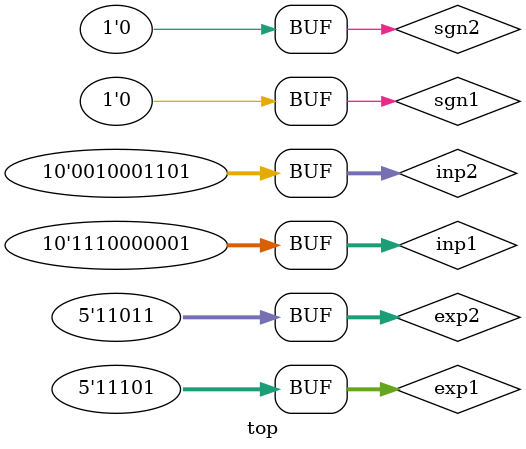
<source format=v>

module top;
reg [9:0] inp1;//first one reserved for before floating point
reg [9:0] inp2;//first one reserved for before floating point
reg sgn1,sgn2;
reg [4:0] exp1;
reg [4:0] exp2;

wire [9:0] outinp1;//first one reserved for before floating point
wire [9:0] outinp2;//first one reserved for before floating point
wire outsign1,outsgn2;
wire [4:0] outexp1;
wire [4:0] outexp2;


swap1m v1(inp1,sgn1,exp1,inp2,sgn2,exp2,outinp1,outsign1,outexp1,outinp2,outsgn2,outexp2);
// addsub s1(a,b,add_sub,select1,result);


initial
begin



inp1 = 10'b0000000000;inp2 = 10'd32;sgn1 = 0;exp1 = 5'd17;sgn2 = 0;exp2 =5'd11 ; #10;
inp1 = 10'b0000000001;inp2 = 10'b0000000000;sgn1 = 0;exp1 = 5'd17;sgn2 = 0;exp2 =5'd11 ;#10;
 inp1 = 10'b0000000011;inp2 = 10'b0000000001;sgn1 = 0;exp1 = 5'd14;sgn2 = 0;exp2 =5'd11 ; #10;
 inp1 = 10'd14;        inp2 = 10'd3;         sgn1 = 0;exp1 = 5'd11;sgn2 = 0;exp2 =5'd11 ; #10;
 inp1 = 10'd484;       inp2 = 10'd391;sgn1 = 0;exp1 = 5'd9;sgn2 = 0;exp2 =5'd11 ; #10;
 inp1 = 10'd897       ;inp2 = 10'd141;sgn1 = 0;exp1 = 5'd29;sgn2 = 0;exp2 =5'd27 ; #10;



     inp1 = 10'b0000000000;inp2 = 10'd32;sgn1 = 0;exp1 = 5'd17;sgn2 = 0;exp2 =5'd11 ; #10;
     inp1 = 10'b0000000001;inp2 = 10'b0000000000;sgn1 = 0;exp1 = 5'd17;sgn2 = 0;exp2 =5'd11 ;#10;
      inp1 = 10'b0000000011;inp2 = 10'b0000000001;sgn1 = 0;exp1 = 5'd14;sgn2 = 0;exp2 =5'd11 ; #10;
      inp1 = 10'd14;        inp2 = 10'd3;         sgn1 = 0;exp1 = 5'd11;sgn2 = 0;exp2 =5'd11 ; #10;
      inp1 = 10'd484;       inp2 = 10'd391;sgn1 = 0;exp1 = 5'd9;sgn2 = 0;exp2 =5'd11 ; #10;
      inp1 = 10'd897       ;inp2 = 10'd141;sgn1 = 0;exp1 = 5'd29;sgn2 = 0;exp2 =5'd27 ; #10;



end

initial
begin
// $monitor("time = %2d,")
// $monitor("time = %2d,  addorsub=%d, a=%d, b=%d Ans=%d sign = %d", $time,add_sub,a, b,result,selec1);
$monitor("time = %2d, inp1 = %d,sgn1 = %d,exp1 = %d,inp2 = %d,sgn2 = %d,exp2 = %d,outinp1 = %d,outsign1 = %d,outexp1 = %d,outinp2 = %d,outsgn2 = %d,outexp2 = %d", $time,inp1,sgn1,exp1,inp2,sgn2,exp2,outinp1,outsign1,outexp1,outinp2,outsgn2,outexp2);

$dumpfile("Sarpcreterds.vcd");
$dumpvars(0,top);
end



endmodule // top

</source>
